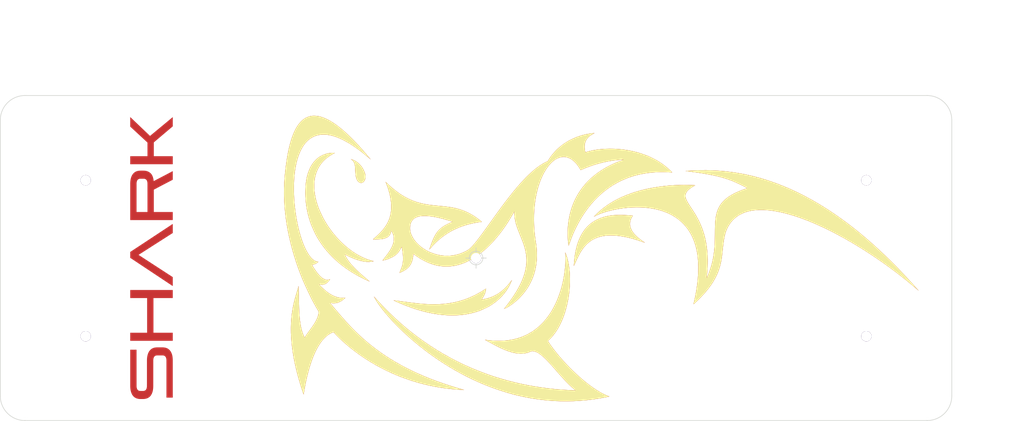
<source format=kicad_pcb>
(kicad_pcb (version 20221018) (generator pcbnew)
  (title_block (title "SharkPCB") (date "2019-02-10") (rev "V3.0.7") (company "Gondolin Electronics"))
  (layers (0 "F.Cu" signal) (31 "B.Cu" signal) (34 "B.Paste" user) (35 "F.Paste" user) (36 "B.SilkS" user "B.Silkscreen") (37 "F.SilkS" user "F.Silkscreen") (38 "B.Mask" user) (39 "F.Mask" user) (44 "Edge.Cuts" user))
  (net 0 "")
  (footprint "sharkLogo:sharkPlated" (layer "F.Cu") (at 170 93 115)
    (fp_text reference "G***" hide)
    (fp_text value "LOGO" hide)
  )
  (footprint "sharkLogo:sharkLetters" (layer "F.Cu") (at 71 100 90)
    (fp_text reference "G***" hide)
    (fp_text value "LOGO" hide)
  )
  (gr_line (start 34.2 66.4) (end 34.2 133.6) (stroke (width 0.15)) (layer "Edge.Cuts"))
  (gr_line (start 40.2 60.4) (end 259.8 60.4) (stroke (width 0.15)) (layer "Edge.Cuts"))
  (gr_line (start 265.8 133.6) (end 265.8 66.4) (stroke (width 0.15)) (layer "Edge.Cuts"))
  (gr_line (start 40.2 139.6) (end 259.8 139.6) (stroke (width 0.15)) (layer "Edge.Cuts"))
  (gr_arc (start 34.2 66.4) (mid 35.957359 62.157359) (end 40.2 60.4) (stroke (width 0.15)) (layer "Edge.Cuts"))
  (gr_arc (start 259.8 60.4) (mid 264.042641 62.157359) (end 265.8 66.4) (stroke (width 0.15)) (layer "Edge.Cuts"))
  (gr_arc (start 265.8 133.6) (mid 264.042641 137.842641) (end 259.8 139.6) (stroke (width 0.15)) (layer "Edge.Cuts"))
  (gr_arc (start 40.2 139.6) (mid 35.957359 137.842641) (end 34.2 133.6) (stroke (width 0.15)) (layer "Edge.Cuts"))
  (target plus (at 150 100) (size 5) (width 0.15) (layer "Edge.Cuts"))
  (via (at 54.9914 81.05268) (size 2.501) (drill 2.5) (layers "F.Cu" "B.Cu") (net 0))
  (via (at 54.9914 119.05332) (size 2.501) (drill 2.5) (layers "F.Cu" "B.Cu") (net 0))
  (via (at 150 100) (size 2.501) (drill 2.5) (layers "F.Cu" "B.Cu") (net 0))
  (via (at 244.9946 119.05332) (size 2.501) (drill 2.5) (layers "F.Cu" "B.Cu") (net 0))
  (via (at 244.9946 81.05268) (size 2.501) (drill 2.5) (layers "F.Cu" "B.Cu") (net 0))
)
</source>
